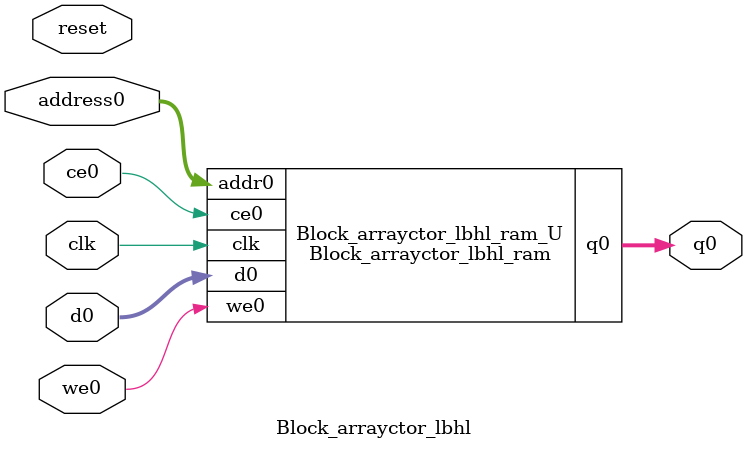
<source format=v>
`timescale 1 ns / 1 ps
module Block_arrayctor_lbhl_ram (addr0, ce0, d0, we0, q0,  clk);

parameter DWIDTH = 5;
parameter AWIDTH = 4;
parameter MEM_SIZE = 16;

input[AWIDTH-1:0] addr0;
input ce0;
input[DWIDTH-1:0] d0;
input we0;
output reg[DWIDTH-1:0] q0;
input clk;

(* ram_style = "distributed" *)reg [DWIDTH-1:0] ram[0:MEM_SIZE-1];




always @(posedge clk)  
begin 
    if (ce0) begin
        if (we0) 
            ram[addr0] <= d0; 
        q0 <= ram[addr0];
    end
end


endmodule

`timescale 1 ns / 1 ps
module Block_arrayctor_lbhl(
    reset,
    clk,
    address0,
    ce0,
    we0,
    d0,
    q0);

parameter DataWidth = 32'd5;
parameter AddressRange = 32'd16;
parameter AddressWidth = 32'd4;
input reset;
input clk;
input[AddressWidth - 1:0] address0;
input ce0;
input we0;
input[DataWidth - 1:0] d0;
output[DataWidth - 1:0] q0;



Block_arrayctor_lbhl_ram Block_arrayctor_lbhl_ram_U(
    .clk( clk ),
    .addr0( address0 ),
    .ce0( ce0 ),
    .we0( we0 ),
    .d0( d0 ),
    .q0( q0 ));

endmodule


</source>
